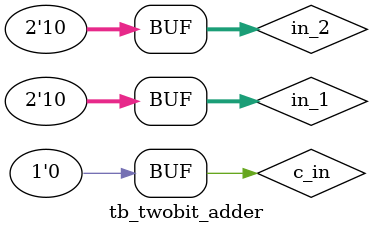
<source format=v>
`timescale 1ns / 1ps


module tb_twobit_adder;

	// Inputs
	reg [1:0] in_1;
	reg [1:0] in_2;
	reg c_in;

	// Outputs
	wire [1:0] out;
	wire c_out;

	// Instantiate the Unit Under Test (UUT)
	twobit_adder uut (
		.in_1(in_1), 
		.in_2(in_2), 
		.c_in(c_in), 
		.out(out), 
		.c_out(c_out)
	);

	initial begin
		// Initialize Inputs
		in_1 = 0;
		in_2 = 0;
		c_in = 0;

		// Wait 100 ns for global reset to finish
		#100;
      in_1 = 2'b11;
		in_2 = 2'b11;
		#2;
		in_1 = 2'b00;
		in_2 = 2'b01;
		#2;
		in_1 = 2'b01;
		in_2 = 2'b01;
		#2;
		in_1 = 2'b11;
		in_2 = 2'b01;
		#2;
		in_1 = 2'b01;
		in_2 = 2'b10;
		#2;		
		in_1 = 2'b10;
		in_2 = 2'b10;
		#2;		
		// Add stimulus here

	end
      
endmodule


</source>
